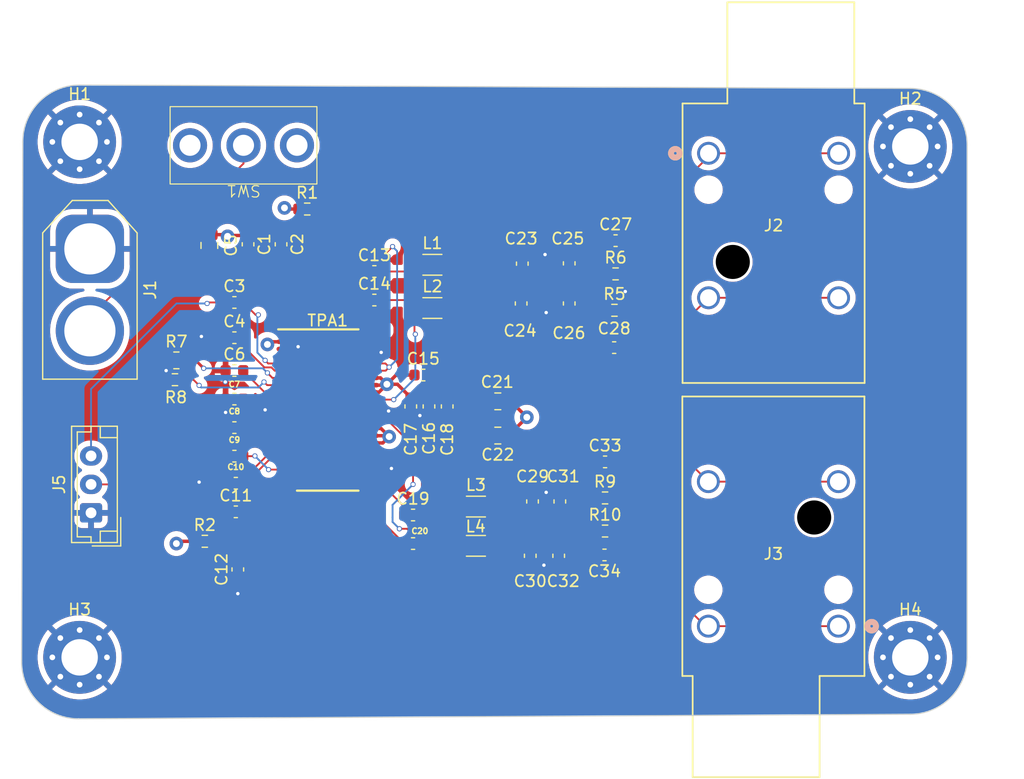
<source format=kicad_pcb>
(kicad_pcb (version 20241229) (generator "pcbnew") (generator_version "9.0")
  (layers (0 "F.Cu" signal) (4 "In1.Cu" signal) (6 "In2.Cu" signal) (2 "B.Cu" signal) (13 "F.Paste" user) (15 "B.Paste" user) (5 "F.SilkS" user "F.Silkscreen") (7 "B.SilkS" user "B.Silkscreen") (1 "F.Mask" user) (3 "B.Mask" user) (25 "Edge.Cuts" user))
  (net 0 "")
  (net 1 "GND")
  (net 2 "+24V")
  (net 3 "Net-(TPA1-1_GVDD_AB)")
  (net 4 "Net-(TPA1-5_Input_A)")
  (net 5 "Net-(TPA1-6_Input_B)")
  (net 6 "Net-(TPA1-11_DVDD)")
  (net 7 "Net-(TPA1-14_AVDD)")
  (net 8 "Net-(TPA1-15_C_START)")
  (net 9 "Net-(TPA1-20_VBG)")
  (net 10 "Net-(TPA1-16_INPUT_C)")
  (net 11 "Net-(TPA1-17_INPUT_D)")
  (net 12 "Net-(TPA1-22_GVDD_CD)")
  (net 13 "Net-(TPA1-39_OUT_A)")
  (net 14 "Net-(TPA1-44_BST_A)")
  (net 15 "Net-(TPA1-35_OUT_B)")
  (net 16 "Net-(TPA1-43_BST_B)")
  (net 17 "Net-(C15-Pad2)")
  (net 18 "Net-(C18-Pad1)")
  (net 19 "Net-(TPA1-24_BST_C)")
  (net 20 "Net-(TPA1-32_OUT_C)")
  (net 21 "Net-(TPA1-23_BST_D)")
  (net 22 "Net-(TPA1-27_OUT_D)")
  (net 23 "Net-(C23-Pad1)")
  (net 24 "Net-(C24-Pad2)")
  (net 25 "Net-(C27-Pad2)")
  (net 26 "Net-(C28-Pad1)")
  (net 27 "Net-(C29-Pad1)")
  (net 28 "Net-(C30-Pad2)")
  (net 29 "Net-(C33-Pad2)")
  (net 30 "Net-(C34-Pad1)")
  (net 31 "Net-(J1-Pin_2)")
  (net 32 "Net-(TPA1-7_OC_ADJ)")
  (net 33 "Net-(TPA1-8_FREQ_ADJ)")
  (net 34 "Net-(J5-Pin_3)")
  (net 36 "Net-(J5-Pin_2)")
  (footprint "Capacitor_SMD:C_0805_2012Metric" (layer "F.Cu") (at 117.25 75.51 180)
    (property "Reference" "C22")
    (property "Value" "470u")
  )
  (footprint "MountingHole:MountingHole_3.2mm_M3_Pad_Via" (layer "F.Cu") (at 153.5 95)
    (property "Reference" "H4")
    (property "Value" "MountingHole_Pad")
  )
  (footprint "Capacitor_SMD:C_0603_1608Metric" (layer "F.Cu") (at 126.675 77.82)
    (property "Reference" "C33")
    (property "Value" "10n")
  )
  (footprint "MountingHole:MountingHole_3.2mm_M3_Pad_Via" (layer "F.Cu") (at 80.5 49.7)
    (property "Reference" "H1")
    (property "Value" "MountingHole_Pad")
  )
  (footprint "MountingHole:MountingHole_3.2mm_M3_Pad_Via" (layer "F.Cu") (at 153.5 50.1)
    (property "Reference" "H2")
    (property "Value" "MountingHole_Pad")
  )
  (footprint "Connector_JST:JST_EH_B3B-EH-A_1x03_P2.50mm_Vertical" (layer "F.Cu") (at 81.5 82.3 90)
    (property "Reference" "J5")
    (property "Value" "Conn_01x03")
  )
  (footprint "Resistor_SMD:R_0603_1608Metric" (layer "F.Cu") (at 127.6 61.3)
    (property "Reference" "R6")
    (property "Value" "3.3")
  )
  (footprint "Capacitor_SMD:C_0603_1608Metric" (layer "F.Cu") (at 120.3 81.3 90)
    (property "Reference" "C29")
    (property "Value" "1n")
  )
  (footprint "Resistor_SMD:R_0805_2012Metric" (layer "F.Cu") (at 89 68.9)
    (property "Reference" "R7")
    (property "Value" "22k")
  )
  (footprint "Capacitor_SMD:C_0603_1608Metric" (layer "F.Cu") (at 94.1 69.79)
    (property "Reference" "C6")
    (property "Value" "1n")
  )
  (footprint "Inductor_SMD:L_1206_3216Metric" (layer "F.Cu") (at 115.325 85.2)
    (property "Reference" "L4")
    (property "Value" "10u")
  )
  (footprint "Capacitor_SMD:C_0603_1608Metric" (layer "F.Cu") (at 122.6 86.075 90)
    (property "Reference" "C32")
    (property "Value" "1n")
  )
  (footprint "Capacitor_SMD:C_0603_1608Metric" (layer "F.Cu") (at 109.6 72.95 -90)
    (property "Reference" "C17")
    (property "Value" "1u")
  )
  (footprint "MountingHole:MountingHole_3.2mm_M3_Pad_Via" (layer "F.Cu") (at 80.5 95)
    (property "Reference" "H3")
    (property "Value" "MountingHole_Pad")
  )
  (footprint "Capacitor_SMD:C_0805_2012Metric" (layer "F.Cu") (at 91.9 58.8 -90)
    (property "Reference" "C5")
    (property "Value" "470u")
  )
  (footprint "Capacitor_SMD:C_0805_2012Metric" (layer "F.Cu") (at 117.25 72.5 180)
    (property "Reference" "C21")
    (property "Value" "470u")
  )
  (footprint "Capacitor_SMD:C_0603_1608Metric" (layer "F.Cu") (at 112.8 72.95 90)
    (property "Reference" "C18")
    (property "Value" "1u")
  )
  (footprint "Capacitor_SMD:C_0603_1608Metric" (layer "F.Cu") (at 127.475 67.78 180)
    (property "Reference" "C28")
    (property "Value" "10n")
  )
  (footprint "Resistor_SMD:R_0603_1608Metric" (layer "F.Cu") (at 126.675 80.99)
    (property "Reference" "R9")
    (property "Value" "3.3")
  )
  (footprint "Capacitor_SMD:C_0603_1608Metric" (layer "F.Cu") (at 106.4 63.6)
    (property "Reference" "C14")
    (property "Value" "33n")
  )
  (footprint "Resistor_SMD:R_0603_1608Metric" (layer "F.Cu") (at 127.5 64.5)
    (property "Reference" "R5")
    (property "Value" "3.3")
  )
  (footprint "Resistor_SMD:R_0603_1608Metric" (layer "F.Cu") (at 100.5 55.6)
    (property "Reference" "R1")
    (property "Value" "3.3")
  )
  (footprint "Resistor_SMD:R_0603_1608Metric" (layer "F.Cu") (at 126.675 83.9)
    (property "Reference" "R10")
    (property "Value" "3.3")
  )
  (footprint "Capacitor_SMD:C_0603_1608Metric" (layer "F.Cu") (at 119.4 60.4 90)
    (property "Reference" "C23")
    (property "Value" "1n")
  )
  (footprint "Capacitor_SMD:C_0603_1608Metric" (layer "F.Cu") (at 126.625 86 180)
    (property "Reference" "C34")
    (property "Value" "10n")
  )
  (footprint "Capacitor_SMD:C_0603_1608Metric" (layer "F.Cu") (at 122.7 81.3 90)
    (property "Reference" "C31")
    (property "Value" "1n")
  )
  (footprint "Capacitor_SMD:C_0603_1608Metric" (layer "F.Cu") (at 119.3 63.9 90)
    (property "Reference" "C24")
    (property "Value" "1n")
  )
  (footprint "Capacitor_SMD:C_0603_1608Metric" (layer "F.Cu") (at 94.1 63.81)
    (property "Reference" "C3")
    (property "Value" "10u")
  )
  (footprint "Capacitor_SMD:C_0603_1608Metric" (layer "F.Cu") (at 94.1 66.91)
    (property "Reference" "C4")
    (property "Value" "10u")
  )
  (footprint "Inductor_SMD:L_1206_3216Metric" (layer "F.Cu") (at 111.5 60.5)
    (property "Reference" "L1")
    (property "Value" "10u")
  )
  (footprint "Library:DDV0044D_N" (layer "F.Cu") (at 102.3 73.3)
    (property "Reference" "TPA1")
    (property "Value" "~")
  )
  (footprint "Capacitor_SMD:C_0603_1608Metric" (layer "F.Cu") (at 106.4 61.09)
    (property "Reference" "C13")
    (property "Value" "33n")
  )
  (footprint "Capacitor_SMD:C_0603_1608Metric" (layer "F.Cu") (at 110.7 70.19)
    (property "Reference" "C15")
    (property "Value" "1u")
  )
  (footprint "Capacitor_SMD:C_0603_1608Metric" (layer "F.Cu") (at 94.1 72.3)
    (property "Reference" "C7")
    (property "Value" "1n")
  )
  (footprint "Resistor_SMD:R_0603_1608Metric" (layer "F.Cu") (at 91.5 84.8)
    (property "Reference" "R2")
    (property "Value" "3.3")
  )
  (footprint "Capacitor_SMD:C_0603_1608Metric" (layer "F.Cu") (at 95.3 58.7 -90)
    (property "Reference" "C1")
    (property "Value" "100n")
  )
  (footprint "Capacitor_SMD:C_0603_1608Metric" (layer "F.Cu") (at 109.8 85)
    (property "Reference" "C20")
    (property "Value" "33n")
  )
  (footprint "Library:CONN_NRJ4HF-1_NTK" (layer "F.Cu") (at 135.77 50.7)
    (property "Reference" "J2")
    (property "Value" "Jack-DC")
  )
  (footprint "Capacitor_SMD:C_0603_1608Metric" (layer "F.Cu") (at 94.1 77.32)
    (property "Reference" "C9")
    (property "Value" "1n")
  )
  (footprint "Capacitor_SMD:C_0603_1608Metric" (layer "F.Cu") (at 123.525 60.375 90)
    (property "Reference" "C25")
    (property "Value" "1n")
  )
  (footprint "Connector_AMASS:AMASS_XT60-M_1x02_P7.20mm_Vertical" (layer "F.Cu") (at 81.4 59.1 -90)
    (property "Reference" "J1")
    (property "Value" "Conn_01x02")
  )
  (footprint "Capacitor_SMD:C_0603_1608Metric" (layer "F.Cu") (at 109.8 82.49)
    (property "Reference" "C19")
    (property "Value" "33n")
  )
  (footprint "Inductor_SMD:L_1206_3216Metric" (layer "F.Cu") (at 111.5 64.3)
    (property "Reference" "L2")
    (property "Value" "10u")
  )
  (footprint "Library:CONN_NRJ4HF-1_NTK" (layer "F.Cu") (at 147.1816 92.258896 180)
    (property "Reference" "J3")
    (property "Value" "Jack-DC")
  )
  (footprint "Capacitor_SMD:C_0603_1608Metric" (layer "F.Cu") (at 94.1 74.81)
    (property "Reference" "C8")
    (property "Value" "47n")
  )
  (footprint "Capacitor_SMD:C_0603_1608Metric" (layer "F.Cu") (at 127.6 58.38)
    (property "Reference" "C27")
    (property "Value" "10n")
  )
  (footprint "Capacitor_SMD:C_0603_1608Metric" (layer "F.Cu") (at 98.2 58.7 -90)
    (property "Reference" "C2")
    (property "Value" "100n")
  )
  (footprint "Library:472123010111" (layer "F.Cu") (at 94.9 50 180)
    (property "Reference" "SW1")
    (property "Value" "SW_SPDT")
  )
  (footprint "Capacitor_SMD:C_0603_1608Metric" (layer "F.Cu") (at 123.525 63.9 90)
    (property "Reference" "C26")
    (property "Value" "1n")
  )
  (footprint "Capacitor_SMD:C_0603_1608Metric" (layer "F.Cu") (at 94.225 79.7)
    (property "Reference" "C10")
    (property "Value" "10u")
  )
  (footprint "Resistor_SMD:R_0603_1608Metric" (layer "F.Cu") (at 88.875 70.6)
    (property "Reference" "R8")
    (property "Value" "33k")
  )
  (footprint "Capacitor_SMD:C_0603_1608Metric" (layer "F.Cu") (at 120.1 86.075 90)
    (property "Reference" "C30")
    (property "Value" "1n")
  )
  (footprint "Capacitor_SMD:C_0603_1608Metric" (layer "F.Cu") (at 94.225 82.21)
    (property "Reference" "C11")
    (property "Value" "10u")
  )
  (footprint "Capacitor_SMD:C_0603_1608Metric" (layer "F.Cu") (at 111.2 72.95 90)
    (property "Reference" "C16")
    (property "Value" "1u")
  )
  (footprint "Inductor_SMD:L_1206_3216Metric" (layer "F.Cu") (at 115.325 81.75)
    (property "Reference" "L3")
    (property "Value" "10u")
  )
  (footprint "Capacitor_SMD:C_0603_1608Metric" (layer "F.Cu") (at 94.4 87.275 90)
    (property "Reference" "C12")
    (property "Value" "100n")
  )
  (gr_arc (start 80.4 100.4) (mid 76.864466 98.935534) (end 75.4 95.4) (stroke (width 0.1)) (layer "Edge.Cuts"))
  (gr_arc (start 158.5 95) (mid 157.035534 98.535534) (end 153.5 100) (stroke (width 0.1)) (layer "Edge.Cuts"))
  (gr_arc (start 75.5 49.7) (mid 76.964466 46.164466) (end 80.5 44.7) (stroke (width 0.1)) (layer "Edge.Cuts"))
  (gr_line (start 75.5 49.7) (end 75.4 95.4) (stroke (width 0.1)) (layer "Edge.Cuts"))
  (gr_line (start 80.4 100.4) (end 153.5 100) (stroke (width 0.1)) (layer "Edge.Cuts"))
  (gr_line (start 158.5 95) (end 158.5 50) (stroke (width 0.1)) (layer "Edge.Cuts"))
  (gr_arc (start 153.5 45) (mid 157.035534 46.464466) (end 158.5 50) (stroke (width 0.1)) (layer "Edge.Cuts"))
  (gr_line (start 153.5 45) (end 80.5 44.7) (stroke (width 0.1)) (layer "Edge.Cuts"))
  (segment (start 91.31 66.91) (end 91.2 66.8) (width 0.16) (layer "F.Cu") (net 1))
  (segment (start 109.6 73.725) (end 110.375 73.725) (width 0.16) (layer "F.Cu") (net 1))
  (segment (start 98.8625 68.5375) (end 99.7 67.7) (width 0.16) (layer "F.Cu") (net 1))
  (segment (start 93.28 77.32) (end 91 79.6) (width 0.16) (layer "F.Cu") (net 1))
  (segment (start 98.5 74.2525) (end 97.3525 74.2525) (width 0.16) (layer "F.Cu") (net 1))
  (segment (start 110.375 73.725) (end 110.4 73.75) (width 0.16) (layer "F.Cu") (net 1))
  (segment (start 119.3 64.675) (end 121.475 64.675) (width 0.16) (layer "F.Cu") (net 1))
  (segment (start 125.85 83.9) (end 125.85 82.64) (width 0.16) (layer "F.Cu") (net 1))
  (segment (start 94.4 88.05) (end 94.4 89.4) (width 0.16) (layer "F.Cu") (net 1))
  (segment (start 88.05 68.9375) (end 88.0875 68.9) (width 0.16) (layer "F.Cu") (net 1))
  (segment (start 121.375 59.625) (end 121.4 59.6) (width 0.16) (layer "F.Cu") (net 1))
  (segment (start 106.7025 67.9025) (end 107 68.2) (width 0.16) (layer "F.Cu") (net 1))
  (segment (start 106.1 67.9025) (end 106.7025 67.9025) (width 0.16) (layer "F.Cu") (net 1))
  (segment (start 111.2 73.725) (end 110.425 73.725) (width 0.16) (layer "F.Cu") (net 1))
  (segment (start 93.3 69.8) (end 93.3 70.8) (width 0.16) (layer "F.Cu") (net 1))
  (segment (start 93.31 69.79) (end 93.3 69.8) (width 0.16) (layer "F.Cu") (net 1))
  (segment (start 106.6625 68.5375) (end 107 68.2) (width 0.16) (layer "F.Cu") (net 1))
  (segment (start 128.425 61.3) (end 128.425 62.825) (width 0.16) (layer "F.Cu") (net 1))
  (segment (start 128.325 62.85) (end 128.45 62.85) (width 0.16) (layer "F.Cu") (net 1))
  (segment (start 121.25 86.85) (end 121.3 86.9) (width 0.16) (layer "F.Cu") (net 1))
  (segment (start 121.475 64.675) (end 121.5 64.7) (width 0.16) (layer "F.Cu") (net 1))
  (segment (start 107.5625 78.0625) (end 107.9 78.4) (width 0.16) (layer "F.Cu") (net 1))
  (segment (start 93.3 70.8) (end 93.3 72.275) (width 0.16) (layer "F.Cu") (net 1))
  (segment (start 93.325 73.475) (end 93.325 74.81) (width 0.16) (layer "F.Cu") (net 1))
  (segment (start 110.425 73.725) (end 110.4 73.75) (width 0.16) (layer "F.Cu") (net 1))
  (segment (start 96.8 73.7) (end 96.8 73.25) (width 0.16) (layer "F.Cu") (net 1))
  (segment (start 91.1 79.7) (end 91 79.6) (width 0.16) (layer "F.Cu") (net 1))
  (segment (start 126.675 64.5) (end 128.325 62.85) (width 0.16) (layer "F.Cu") (net 1))
  (segment (start 99.4975 67.9025) (end 99.7 67.7) (width 0.16) (layer "F.Cu") (net 1))
  (segment (start 97.1675 73.6175) (end 96.8 73.25) (width 0.16) (layer "F.Cu") (net 1))
  (segment (start 98.5 68.5375) (end 98.8625 68.5375) (width 0.16) (layer "F.Cu") (net 1))
  (segment (start 88.0875 69.7875) (end 88.1 69.8) (width 0.16) (layer "F.Cu") (net 1))
  (segment (start 108.025 73.725) (end 109.6 73.725) (width 0.16) (layer "F.Cu") (net 1))
  (segment (start 123.525 59.6) (end 121.4 59.6) (width 0.16) (layer "F.Cu") (net 1))
  (segment (start 106.1 73.6175) (end 107.3825 73.6175) (width 0.16) (layer "F.Cu") (net 1))
  (segment (start 122.6 86.85) (end 121.35 86.85) (width 0.16) (layer "F.Cu") (net 1))
  (segment (start 121.475 80.525) (end 121.5 80.5) (width 0.16) (layer "F.Cu") (net 1))
  (segment (start 128.425 62.825) (end 128.45 62.85) (width 0.16) (layer "F.Cu") (net 1))
  (segment (start 93.3 72.275) (end 93.325 72.3) (width 0.16) (layer "F.Cu") (net 1))
  (segment (start 106.1 78.0625) (end 107.5625 78.0625) (width 0.16) (layer "F.Cu") (net 1))
  (segment (start 93.325 69.79) (end 93.31 69.79) (width 0.16) (layer "F.Cu") (net 1))
  (segment (start 88.05 69.85) (end 88.1 69.8) (width 0.16) (layer "F.Cu") (net 1))
  (segment (start 106.1 78.6975) (end 107.6025 78.6975) (width 0.16) (layer "F.Cu") (net 1))
  (segment (start 120.3 80.525) (end 121.475 80.525) (width 0.16) (layer "F.Cu") (net 1))
  (segment (start 93.325 72.3) (end 93.325 73.475) (width 0.16) (layer "F.Cu") (net 1))
  (segment (start 106.1 72.9825) (end 107.2825 72.9825) (width 0.16) (layer "F.Cu") (net 1))
  (segment (start 119.4 59.625) (end 121.375 59.625) (width 0.16) (layer "F.Cu") (net 1))
  (segment (start 93.45 79.7) (end 91.1 79.7) (width 0.16) (layer "F.Cu") (net 1))
  (segment (start 125.85 82.64) (end 127.5 80.99) (width 0.16) (layer "F.Cu") (net 1))
  (segment (start 123.525 64.675) (end 121.525 64.675) (width 0.16) (layer "F.Cu") (net 1))
  (segment (start 121.525 64.675) (end 121.5 64.7) (width 0.16) (layer "F.Cu") (net 1))
  (segment (start 107.6025 78.6975) (end 107.9 78.4) (width 0.16) (layer "F.Cu") (net 1))
  (segment (start 98.5 67.9025) (end 99.4975 67.9025) (width 0.16) (layer "F.Cu") (net 1))
  (segment (start 107.2825 72.9825) (end 107.65 73.35) (width 0.16) (layer "F.Cu") (net 1))
  (segment (start 93.325 77.32) (end 93.28 77.32) (width 0.16) (layer "F.Cu") (net 1))
  (segment (start 121.35 86.85) (end 121.3 86.9) (width 0.16) (layer "F.Cu") (net 1))
  (segment (start 122.7 80.525) (end 121.525 80.525) (width 0.16) (layer "F.Cu") (net 1))
  (segment (start 107.3825 73.6175) (end 107.65 73.35) (width 0.16) (layer "F.Cu") (net 1))
  (segment (start 97.3525 74.2525) (end 96.8 73.7) (width 0.16) (layer "F.Cu") (net 1))
  (segment (start 88.05 70.6) (end 88.05 69.85) (width 0.16) (layer "F.Cu") (net 1))
  (segment (start 93.3 73.5) (end 93.325 73.475) (width 0.16) (layer "F.Cu") (net 1))
  (segment (start 88.0875 68.9) (end 88.0875 69.7875) (width 0.16) (layer "F.Cu") (net 1))
  (segment (start 98.5 73.6175) (end 97.1675 73.6175) (width 0.16) (layer "F.Cu") (net 1))
  (segment (start 120.1 86.85) (end 121.25 86.85) (width 0.16) (layer "F.Cu") (net 1))
  (segment (start 106.1 68.5375) (end 106.6625 68.5375) (width 0.16) (layer "F.Cu") (net 1))
  (segment (start 107.65 73.35) (end 108.025 73.725) (width 0.16) (layer "F.Cu") (net 1))
  (segment (start 121.525 80.525) (end 121.5 80.5) (width 0.16) (layer "F.Cu") (net 1))
  (segment (start 93.325 66.91) (end 91.31 66.91) (width 0.16) (layer "F.Cu") (net 1))
  (via (at 107 68.2) (size 0.45) (drill 0.3) (layers "F.Cu" "B.Cu") (net 1))
  (via (at 121.4 59.6) (size 0.45) (drill 0.3) (layers "F.Cu" "B.Cu") (net 1))
  (via (at 93.325 73.475) (size 0.45) (drill 0.3) (layers "F.Cu" "B.Cu") (net 1))
  (via (at 107.9 78.4) (size 0.45) (drill 0.3) (layers "F.Cu" "B.Cu") (net 1))
  (via (at 94.4 89.4) (size 0.45) (drill 0.3) (layers "F.Cu" "B.Cu") (net 1))
  (via (at 91 79.6) (size 0.45) (drill 0.3) (layers "F.Cu" "B.Cu") (net 1))
  (via (at 121.5 80.5) (size 0.45) (drill 0.3) (layers "F.Cu" "B.Cu") (net 1))
  (via (at 121.5 64.7) (size 0.45) (drill 0.3) (layers "F.Cu" "B.Cu") (net 1))
  (via (at 91.2 66.8) (size 0.45) (drill 0.3) (layers "F.Cu" "B.Cu") (net 1))
  (via (at 128.45 62.85) (size 0.45) (drill 0.3) (layers "F.Cu" "B.Cu") (net 1))
  (via (at 107.65 73.35) (size 0.45) (drill 0.3) (layers "F.Cu" "B.Cu") (net 1))
  (via (at 121.3 86.9) (size 0.45) (drill 0.3) (layers "F.Cu" "B.Cu") (net 1))
  (via (at 110.4 73.75) (size 0.45) (drill 0.3) (layers "F.Cu" "B.Cu") (net 1))
  (via (at 96.8 73.25) (size 0.45) (drill 0.3) (layers "F.Cu" "B.Cu") (net 1))
  (via (at 88.1 69.8) (size 0.45) (drill 0.3) (layers "F.Cu" "B.Cu") (net 1))
  (via (at 99.7 67.7) (size 0.45) (drill 0.3) (layers "F.Cu" "B.Cu") (net 1))
  (via (at 93.3 70.8) (size 0.45) (drill 0.3) (layers "F.Cu" "B.Cu") (net 1))
  (segment (start 91.9 57.85) (end 93.35 57.85) (width 0.3) (layer "F.Cu") (net 2))
  (segment (start 106.1 71.7125) (end 106.7875 71.7125) (width 0.3) (layer "F.Cu") (net 2))
  (segment (start 95.3 57.925) (end 93.575 57.925) (width 0.3) (layer "F.Cu") (net 2))
  (segment (start 106.1 74.8875) (end 106.9875 74.8875) (width 0.3) (layer "F.Cu") (net 2))
  (segment (start 93.575 57.925) (end 93.5 58) (width 0.3) (layer "F.Cu") (net 2))
  (segment (start 98.6 55.6) (end 98.5 55.5) (width 0.3) (layer "F.Cu") (net 2))
  (segment (start 107.6225 75.5225) (end 107.7 75.6) (width 0.3) (layer "F.Cu") (net 2))
  (segment (start 89.2 84.8) (end 89 85) (width 0.3) (layer "F.Cu") (net 2))
  (segment (start 109.925 70.19) (end 108.31 70.19) (width 0.3) (layer "F.Cu") (net 2))
  (segment (start 106.1 76.1575) (end 107.1425 76.1575) (width 0.3) (layer "F.Cu") (net 2))
  (segment (start 106.1 75.5225) (end 107.6225 75.5225) (width 0.3) (layer "F.Cu") (net 2))
  (segment (start 118.4 72.5) (end 119.8 73.9) (width 0.3) (layer "F.Cu") (net 2))
  (segment (start 118.2 72.5) (end 118.4 72.5) (width 0.3) (layer "F.Cu") (net 2))
  (segment (start 108.31 70.19) (end 107.5 71) (width 0.3) (layer "F.Cu") (net 2))
  (segment (start 97.2325 67.2675) (end 97 67.5) (width 0.3) (layer "F.Cu") (net 2))
  (segment (start 111.1 72.175) (end 109.6 72.175) (width 0.3) (layer "F.Cu") (net 2))
  (segment (start 107.1425 76.1575) (end 107.7 75.6) (width 0.3) (layer "F.Cu") (net 2))
  (segment (start 106.9875 74.8875) (end 107.7 75.6) (width 0.3) (layer "F.Cu") (net 2))
  (segment (start 118.2 75.5) (end 119.8 73.9) (width 0.3) (layer "F.Cu") (net 2))
  (segment (start 106.9425 70.4425) (end 107.5 71) (width 0.3) (layer "F.Cu") (net 2))
  (segment (start 93.35 57.85) (end 93.5 58) (width 0.3) (layer "F.Cu") (net 2))
  (segment (start 99.675 55.6) (end 98.6 55.6) (width 0.3) (layer "F.Cu") (net 2))
  (segment (start 118.2 75.51) (end 118.2 75.5) (width 0.3) (layer "F.Cu") (net 2))
  (segment (start 106.7875 71.7125) (end 107.5 71) (width 0.3) (layer "F.Cu") (net 2))
  (segment (start 109.6 72.175) (end 109.6 71.95) (width 0.3) (layer "F.Cu") (net 2))
  (segment (start 108.425 71) (end 109.6 72.175) (width 0.3) (layer "F.Cu") (net 2))
  (segment (start 106.1 71.0775) (end 107.4225 71.0775) (width 0.3) (layer "F.Cu") (net 2))
  (segment (start 90.675 84.8) (end 89.2 84.8) (width 0.3) (layer "F.Cu") (net 2))
  (segment (start 98.5 67.2675) (end 97.2325 67.2675) (width 0.3) (layer "F.Cu") (net 2))
  (segment (start 107.5 71) (end 108.425 71) (width 0.3) (layer "F.Cu") (net 2))
  (segment (start 107.4225 71.0775) (end 107.5 71) (width 0.3) (layer "F.Cu") (net 2))
  (segment (start 112.8 72.175) (end 111.2 72.175) (width 0.3) (layer "F.Cu") (net 2))
  (segment (start 106.1 70.4425) (end 106.9425 70.4425) (width 0.3) (layer "F.Cu") (net 2))
  (via (at 119.8 73.9) (size 1.2) (drill 0.6) (layers "F.Cu" "B.Cu") (net 2))
  (via (at 93.5 58) (size 1.2) (drill 0.6) (layers "F.Cu" "B.Cu") (net 2))
  (via (at 89 85) (size 1.2) (drill 0.6) (layers "F.Cu" "B.Cu") (net 2))
  (via (at 97 67.5) (size 1.2) (drill 0.6) (layers "F.Cu" "B.Cu") (net 2))
  (via (at 107.5 71) (size 1.2) (drill 0.6) (layers "F.Cu" "B.Cu") (net 2))
  (via (at 107.7 75.6) (size 1.2) (drill 0.6) (layers "F.Cu" "B.Cu") (net 2))
  (via (at 98.5 55.5) (size 1.2) (drill 0.6) (layers "F.Cu" "B.Cu") (net 2))
  (segment (start 101.325 63.8075) (end 101.325 55.6) (width 0.16) (layer "F.Cu") (net 3))
  (segment (start 99 57.925) (end 98.2 57.925) (width 0.16) (layer "F.Cu") (net 3))
  (segment (start 98.5 66.6325) (end 101.325 63.8075) (width 0.16) (layer "F.Cu") (net 3))
  (segment (start 101.325 55.6) (end 99 57.925) (width 0.16) (layer "F.Cu") (net 3))
  (segment (start 97.0725 69.1725) (end 96.8 68.9) (width 0.16) (layer "F.Cu") (net 4))
  (segment (start 98.5 69.1725) (end 97.0725 69.1725) (width 0.16) (layer "F.Cu") (net 4))
  (segment (start 95.965 64.9) (end 94.875 63.81) (width 0.16) (layer "F.Cu") (net 4))
  (segment (start 96.2 64.9) (end 95.965 64.9) (width 0.16) (layer "F.Cu") (net 4))
  (via (at 96.2 64.9) (size 0.45) (drill 0.3) (layers "F.Cu" "B.Cu") (net 4))
  (via (at 96.8 68.9) (size 0.45) (drill 0.3) (layers "F.Cu" "B.Cu") (net 4))
  (segment (start 96.119 68.219) (end 96.119 64.981) (width 0.16) (layer "B.Cu") (net 4))
  (segment (start 96.8 68.9) (end 96.119 68.219) (width 0.16) (layer "B.Cu") (net 4))
  (segment (start 96.119 64.981) (end 96.2 64.9) (width 0.16) (layer "B.Cu") (net 4))
  (segment (start 97.64 69.8075) (end 98.5 69.8075) (width 0.16) (layer "F.Cu") (net 5))
  (segment (start 94.875 67.655237) (end 96.738763 69.519) (width 0.16) (layer "F.Cu") (net 5))
  (segment (start 97.3515 69.519) (end 97.64 69.8075) (width 0.16) (layer "F.Cu") (net 5))
  (segment (start 94.875 66.91) (end 94.875 67.655237) (width 0.16) (layer "F.Cu") (net 5))
  (segment (start 96.738763 69.519) (end 97.3515 69.519) (width 0.16) (layer "F.Cu") (net 5))
  (segment (start 98.5 72.9825) (end 98.0325 72.9825) (width 0.16) (layer "F.Cu") (net 6))
  (segment (start 94.875 69.825) (end 94.875 69.79) (width 0.16) (layer "F.Cu") (net 6))
  (segment (start 98.0325 72.9825) (end 94.875 69.825) (width 0.16) (layer "F.Cu") (net 6))
  (segment (start 94.875 72.925) (end 96.8375 74.8875) (width 0.16) (layer "F.Cu") (net 7))
  (segment (start 96.8375 74.8875) (end 98.5 74.8875) (width 0.16) (layer "F.Cu") (net 7))
  (segment (start 94.875 72.3) (end 94.875 72.925) (width 0.16) (layer "F.Cu") (net 7))
  (segment (start 94.875 74.81) (end 95.5875 75.5225) (width 0.16) (layer "F.Cu") (net 8))
  (segment (start 95.5875 75.5225) (end 98.5 75.5225) (width 0.16) (layer "F.Cu") (net 8))
  (segment (start 97.1 78.5) (end 98.3025 78.5) (width 0.16) (layer "F.Cu") (net 9))
  (segment (start 95.88 77.32) (end 95.9 77.3) (width 0.16) (layer "F.Cu") (net 9))
  (segment (start 98.3025 78.5) (end 98.5 78.6975) (width 0.16) (layer "F.Cu") (net 9))
  (segment (start 94.875 77.32) (end 95.88 77.32) (width 0.16) (layer "F.Cu") (net 9))
  (via (at 95.9 77.3) (size 0.45) (drill 0.3) (layers "F.Cu" "B.Cu") (net 9))
  (via (at 97.1 78.5) (size 0.45) (drill 0.3) (layers "F.Cu" "B.Cu") (net 9))
  (segment (start 95.9 77.3) (end 97.1 78.5) (width 0.16) (layer "B.Cu") (net 9))
  (segment (start 95 79.225) (end 98.0675 76.1575) (width 0.16) (layer "F.Cu") (net 10))
  (segment (start 98.0675 76.1575) (end 98.5 76.1575) (width 0.16) (layer "F.Cu") (net 10))
  (segment (start 95 79.7) (end 95 79.225) (width 0.16) (layer "F.Cu") (net 10))
  (segment (start 96.1 81.11) (end 96.1 78.6925) (width 0.16) (layer "F.Cu") (net 11))
  (segment (start 96.1 78.6925) (end 98 76.7925) (width 0.16) (layer "F.Cu") (net 11))
  (segment (start 98 76.7925) (end 98.5 76.7925) (width 0.16) (layer "F.Cu") (net 11))
  (segment (start 95 82.21) (end 96.1 81.11) (width 0.16) (layer "F.Cu") (net 11))
  (segment (start 92.325 84.8) (end 92.7 84.8) (width 0.16) (layer "F.Cu") (net 12))
  (segment (start 98.5 79.9675) (end 98.5 81.5) (width 0.16) (layer "F.Cu") (net 12))
  (segment (start 94.65 85.35) (end 93.25 85.35) (width 0.16) (layer "F.Cu") (net 12))
  (segment (start 98.5 81.5) (end 94.65 85.35) (width 0.16) (layer "F.Cu") (net 12))
  (segment (start 93.25 85.35) (end 94.4 86.5) (width 0.16) (layer "F.Cu") (net 12))
  (segment (start 92.7 84.8) (end 93.25 85.35) (width 0.16) (layer "F.Cu") (net 12))
  (segment (start 107.175 61.09) (end 109.335 61.09) (width 0.16) (layer "F.Cu") (net 13))
  (segment (start 106.1 69.8075) (end 107.3925 69.8075) (width 0.16) (layer "F.Cu") (net 13))
  (segment (start 109.335 61.09) (end 109.925 60.5) (width 0.16) (layer "F.Cu") (net 13))
  (segment (start 106.1 69.1725) (end 107.3725 69.1725) (width 0.16) (layer "F.Cu") (net 13))
  (segment (start 107.3725 69.1725) (end 107.7 69.5) (width 0.16) (layer "F.Cu") (net 13))
  (segment (start 107.3925 69.8075) (end 107.7 69.5) (width 0.16) (layer "F.Cu") (net 13))
  (segment (start 108 58.9) (end 107.175 59.725) (width 0.16) (layer "F.Cu") (net 13))
  (segment (start 107.175 59.725) (end 107.175 61.09) (width 0.16) (layer "F.Cu") (net 13))
  (via (at 107.7 69.5) (size 0.45) (drill 0.3) (layers "F.Cu" "B.Cu") (net 13))
  (via (at 108 58.9) (size 0.45) (drill 0.3) (layers "F.Cu" "B.Cu") (net 13))
  (segment (start 108.4 59.3) (end 108 58.9) (width 0.16) (layer "B.Cu") (net 13))
  (segment (start 107.7 69.5) (end 108.4 68.8) (width 0.16) (layer "B.Cu") (net 13))
  (segment (start 108.4 68.8) (end 108.4 59.3) (width 0.16) (layer "B.Cu") (net 13))
  (segment (start 103.8675 64.4) (end 103.8 64.4) (width 0.16) (layer "F.Cu") (net 14))
  (segment (start 103.8 62.915) (end 105.625 61.09) (width 0.16) (layer "F.Cu") (net 14))
  (segment (start 106.1 66.6325) (end 103.8675 64.4) (width 0.16) (layer "F.Cu") (net 14))
  (segment (start 103.8 64.4) (end 103.8 62.915) (width 0.16) (layer "F.Cu") (net 14))
  (segment (start 109.225 63.6) (end 109.925 64.3) (width 0.16) (layer "F.Cu") (net 15))
  (segment (start 107.175 63.6) (end 109.225 63.6) (width 0.16) (layer "F.Cu") (net 15))
  (segment (start 109.925 66.525) (end 109.925 64.3) (width 0.16) (layer "F.Cu") (net 15))
  (segment (start 106.1 72.3475) (end 108.0975 72.3475) (width 0.16) (layer "F.Cu") (net 15))
  (segment (start 110 66.6) (end 109.925 66.525) (width 0.16) (layer "F.Cu") (net 15))
  (segment (start 108.0975 72.3475) (end 108.1 72.35) (width 0.16) (layer "F.Cu") (net 15))
  (via (at 110 66.6) (size 0.45) (drill 0.3) (layers "F.Cu" "B.Cu") (net 15))
  (via (at 108.1 72.35) (size 0.45) (drill 0.3) (layers "F.Cu" "B.Cu") (net 15))
  (segment (start 110 70.5) (end 110 66.6) (width 0.16) (layer "B.Cu") (net 15))
  (segment (start 109.95 70.5) (end 110 70.5) (width 0.16) (layer "B.Cu") (net 15))
  (segment (start 108.1 72.35) (end 109.95 70.5) (width 0.16) (layer "B.Cu") (net 15))
  (segment (start 107.5 66.3675) (end 107.5 66.1) (width 0.16) (layer "F.Cu") (net 16))
  (segment (start 106.6 67.2675) (end 107.5 66.3675) (width 0.16) (layer "F.Cu") (net 16))
  (segment (start 107.5 66.1) (end 105.625 64.225) (width 0.16) (layer "F.Cu") (net 16))
  (segment (start 105.625 64.225) (end 105.625 63.6) (width 0.16) (layer "F.Cu") (net 16))
  (segment (start 106.1 67.2675) (end 106.6 67.2675) (width 0.16) (layer "F.Cu") (net 16))
  (segment (start 116.3 72.5) (end 113.99 70.19) (width 0.16) (layer "F.Cu") (net 17))
  (segment (start 113.99 70.19) (end 111.475 70.19) (width 0.16) (layer "F.Cu") (net 17))
  (segment (start 114.515 73.725) (end 116.3 75.51) (width 0.16) (layer "F.Cu") (net 18))
  (segment (start 112.8 73.725) (end 114.515 73.725) (width 0.16) (layer "F.Cu") (net 18))
  (segment (start 109.025 81.7575) (end 109.025 82.49) (width 0.16) (layer "F.Cu") (net 19))
  (segment (start 106.1 79.3325) (end 106.6 79.3325) (width 0.16) (layer "F.Cu") (net 19))
  (segment (start 106.6 79.3325) (end 109.025 81.7575) (width 0.16) (layer "F.Cu") (net 19))
  (segment (start 113.01 82.49) (end 110.575 82.49) (width 0.16) (layer "F.Cu") (net 20))
  (segment (start 110.575 77.175) (end 110.575 82.49) (width 0.16) (layer "F.Cu") (net 20))
  (segment (start 107.6525 74.2525) (end 110.575 77.175) (width 0.16) (layer "F.Cu") (net 20))
  (segment (start 113.75 81.75) (end 113.01 82.49) (width 0.16) (layer "F.Cu") (net 20))
  (segment (start 106.1 74.2525) (end 107.6525 74.2525) (width 0.16) (layer "F.Cu") (net 20))
  (segment (start 106.1 82.075) (end 109.025 85) (width 0.16) (layer "F.Cu") (net 21))
  (segment (start 106.1 79.9675) (end 106.1 82.075) (width 0.16) (layer "F.Cu") (net 21))
  (segment (start 109.8 78.2) (end 108.3925 76.7925) (width 0.16) (layer "F.Cu") (net 22))
  (segment (start 110.575 85) (end 113.55 85) (width 0.16) (layer "F.Cu") (net 22))
  (segment (start 107.6 76.7925) (end 106.1 76.7925) (width 0.16) (layer "F.Cu") (net 22))
  (segment (start 109.275 83.7) (end 108.6 83.7) (width 0.16) (layer "F.Cu") (net 22))
  (segment (start 110.575 85) (end 109.275 83.7) (width 0.16) (layer "F.Cu") (net 22))
  (segment (start 109.8 79.8) (end 109.8 78.2) (width 0.16) (layer "F.Cu") (net 22))
  (segment (start 106.1 77.4275) (end 106.965 77.4275) (width 0.16) (layer "F.Cu") (net 22))
  (segment (start 113.55 85) (end 113.75 85.2) (width 0.16) (layer "F.Cu") (net 22))
  (segment (start 108.3925 76.7925) (end 107.6 76.7925) (width 0.16) (layer "F.Cu") (net 22))
  (segment (start 106.965 77.4275) (end 107.6 76.7925) (width 0.16) (layer "F.Cu") (net 22))
  (via (at 109.8 79.8) (size 0.45) (drill 0.3) (layers "F.Cu" "B.Cu") (net 22))
  (via (at 108.6 83.7) (size 0.45) (drill 0.3) (layers "F.Cu" "B.Cu") (net 22))
  (segment (start 108 83.1) (end 108 82.7) (width 0.16) (layer "B.Cu") (net 22))
  (segment (start 108 81.6) (end 109.8 79.8) (width 0.16) (layer "B.Cu") (net 22))
  (segment (start 108 82.7) (end 108 81.6) (width 0.16) (layer "B.Cu") (net 22))
  (segment (start 108.6 83.7) (end 108 83.1) (width 0.16) (layer "B.Cu") (net 22))
  (segment (start 113.075 60.5) (end 113.75 61.175) (width 0.16) (layer "F.Cu") (net 23))
  (segment (start 123.525 61.15) (end 124.055 61.15) (width 0.16) (layer "F.Cu") (net 23))
  (segment (start 119.4 61.175) (end 123.5 61.175) (width 0.16) (layer "F.Cu") (net 23))
  (segment (start 123.5 61.175) (end 123.525 61.15) (width 0.16) (layer "F.Cu") (net 23))
  (segment (start 124.055 61.15) (end 126.825 58.38) (width 0.16) (layer "F.Cu") (net 23))
  (segment (start 113.75 61.175) (end 119.4 61.175) (width 0.16) (layer "F.Cu") (net 23))
  (segment (start 126.7 66.3) (end 126.7 67.78) (width 0.16) (layer "F.Cu") (net 24))
  (segment (start 113.075 64.3) (end 114.25 63.125) (width 0.16) (layer "F.Cu") (net 24))
  (segment (start 123.525 63.125) (end 126.7 66.3) (width 0.16) (layer "F.Cu") (net 24))
  (segment (start 119.3 63.125) (end 123.525 63.125) (width 0.16) (layer "F.Cu") (net 24))
  (segment (start 114.25 63.125) (end 119.3 63.125) (width 0.16) (layer "F.Cu") (net 24))
  (segment (start 135.77 50.985) (end 135.77 50.961) (width 0.16) (layer "F.Cu") (net 25))
  (segment (start 135.77 50.7) (end 147.2 50.7) (width 0.16) (layer "F.Cu") (net 25))
  (segment (start 128.375 58.38) (end 135.77 50.985) (width 0.16) (layer "F.Cu") (net 25))
  (segment (start 126.775 61.3) (end 126.775 59.98) (width 0.16) (layer "F.Cu") (net 25))
  (segment (start 126.775 59.98) (end 128.375 58.38) (width 0.16) (layer "F.Cu") (net 25))
  (segment (start 128.325 64.5) (end 134.67 64.5) (width 0.16) (layer "F.Cu") (net 26))
  (segment (start 128.325 64.5) (end 128.325 67.705) (width 0.16) (layer "F.Cu") (net 26))
  (segment (start 135.77 63.4) (end 147.2 63.4) (width 0.16) (layer "F.Cu") (net 26))
  (segment (start 128.325 67.705) (end 128.25 67.78) (width 0.16) (layer "F.Cu") (net 26))
  (segment (start 134.67 64.5) (end 135.585445 63.584555) (width 0.16) (layer "F.Cu") (net 26))
  (segment (start 122.7 82.075) (end 120.3 82.075) (width 0.16) (layer "F.Cu") (net 27))
  (segment (start 125.9 78.875) (end 122.7 82.075) (width 0.16) (layer "F.Cu") (net 27))
  (segment (start 117.225 82.075) (end 116.9 81.75) (width 0.16) (layer "F.Cu") (net 27))
  (segment (start 125.9 77.82) (end 125.9 78.875) (width 0.16) (layer "F.Cu") (net 27))
  (segment (start 120.3 82.075) (end 117.225 82.075) (width 0.16) (layer "F.Cu") (net 27))
  (segment (start 117.6 85.3) (end 120.1 85.3) (width 0.16) (layer "F.Cu") (net 28))
  (segment (start 125.15 85.3) (end 125.85 86) (width 0.16) (layer "F.Cu") (net 28))
  (segment (start 122.6 85.3) (end 125.15 85.3) (width 0.16) (layer "F.Cu") (net 28))
  (segment (start 117.5 85.2) (end 117.6 85.3) (width 0.16) (layer "F.Cu") (net 28))
  (segment (start 116.9 85.2) (end 117.5 85.2) (width 0.16) (layer "F.Cu") (net 28))
  (segment (start 120.1 85.3) (end 122.6 85.3) (width 0.16) (layer "F.Cu") (net 28))
  (segment (start 117 85.3) (end 116.9 85.2) (width 0.16) (layer "F.Cu") (net 28))
  (segment (start 134.012704 77.82) (end 135.567045 79.374341) (width 0.16) (layer "F.Cu") (net 29))
  (segment (start 125.85 79.42) (end 127.45 77.82) (width 0.16) (layer "F.Cu") (net 29))
  (segment (start 125.85 80.99) (end 125.85 79.42) (width 0.16) (layer "F.Cu") (net 29))
  (segment (start 127.45 77.82) (end 134.012704 77.82) (width 0.16) (layer "F.Cu") (net 29))
  (segment (start 135.7516 79.558896) (end 147.1816 79.558896) (width 0.16) (layer "F.Cu") (net 29))
  (segment (start 127.4 86) (end 129.231704 86) (width 0.16) (layer "F.Cu") (net 30))
  (segment (start 127.4 86) (end 127.4 84) (width 0.16) (layer "F.Cu") (net 30))
  (segment (start 129.231704 86) (end 135.4906 92.258896) (width 0.16) (layer "F.Cu") (net 30))
  (segment (start 135.7516 92.258896) (end 147.1816 92.258896) (width 0.16) (layer "F.Cu") (net 30))
  (segment (start 127.4 84) (end 127.5 83.9) (width 0.16) (layer "F.Cu") (net 30))
  (segment (start 94.9 51.6) (end 94.9 50) (width 0.16) (layer "F.Cu") (net 31))
  (segment (start 81.4 65.1) (end 94.9 51.6) (width 0.16) (layer "F.Cu") (net 31))
  (segment (start 81.4 66.3) (end 81.4 65.1) (width 0.16) (layer "F.Cu") (net 31))
  (segment (start 90.7 68.9) (end 91.4 69.6) (width 0.25) (layer "F.Cu") (net 32))
  (segment (start 98.5 70.4425) (end 97.4425 70.4425) (width 0.16) (layer "F.Cu") (net 32))
  (segment (start 89.9125 68.9) (end 90.3625 69.35) (width 0.25) (layer "F.Cu") (net 32))
  (segment (start 89.9125 68.9) (end 90.7 68.9) (width 0.25) (layer "F.Cu") (net 32))
  (segment (start 97.4425 70.4425) (end 97 70) (width 0.16) (layer "F.Cu") (net 32))
  (via (at 97 70) (size 0.45) (drill 0.3) (layers "F.Cu" "B.Cu") (net 32))
  (via (at 91.4 69.6) (size 0.45) (drill 0.3) (layers "F.Cu" "B.Cu") (net 32))
  (segment (start 97 70) (end 96.6 69.6) (width 0.16) (layer "B.Cu") (net 32))
  (segment (start 96.6 69.6) (end 91.4 69.6) (width 0.16) (layer "B.Cu") (net 32))
  (segment (start 89.7 70.6) (end 90.5 70.6) (width 0.16) (layer "F.Cu") (net 33))
  (segment (start 90.5 70.6) (end 91 71.1) (width 0.16) (layer "F.Cu") (net 33))
  (segment (start 98.5 71.0775) (end 96.9775 71.0775) (width 0.16) (layer "F.Cu") (net 33))
  (segment (start 96.9775 71.0775) (end 96.7 70.8) (width 0.16) (layer "F.Cu") (net 33))
  (via (at 96.7 70.8) (size 0.45) (drill 0.3) (layers "F.Cu" "B.Cu") (net 33))
  (via (at 91 71.1) (size 0.45) (drill 0.3) (layers "F.Cu" "B.Cu") (net 33))
  (segment (start 96.7 70.8) (end 96.219 71.281) (width 0.16) (layer "B.Cu") (net 33))
  (segment (start 91.181 71.281) (end 91 71.1) (width 0.16) (layer "B.Cu") (net 33))
  (segment (start 96.219 71.281) (end 91.181 71.281) (width 0.16) (layer "B.Cu") (net 33))
  (segment (start 91.79 63.81) (end 91.7 63.9) (width 0.16) (layer "F.Cu") (net 34))
  (segment (start 93.325 63.81) (end 91.79 63.81) (width 0.16) (layer "F.Cu") (net 34))
  (via (at 91.7 63.9) (size 0.45) (drill 0.3) (layers "F.Cu" "B.Cu") (net 34))
  (segment (start 81.5 77.3) (end 81.5 71.415436) (width 0.16) (layer "B.Cu") (net 34))
  (segment (start 91.7 63.9) (end 89.015436 63.9) (width 0.16) (layer "B.Cu") (net 34))
  (segment (start 89.015436 63.9) (end 82.557718 70.357718) (width 0.16) (layer "B.Cu") (net 34))
  (segment (start 81.5 71.415436) (end 82.557718 70.357718) (width 0.16) (layer "B.Cu") (net 34))
  (segment (start 92 82.2) (end 86.6 82.2) (width 0.16) (layer "F.Cu") (net 36))
  (segment (start 93.45 82.21) (end 92.01 82.21) (width 0.16) (layer "F.Cu") (net 36))
  (segment (start 86.6 82.2) (end 84.2 79.8) (width 0.16) (layer "F.Cu") (net 36))
  (segment (start 92.01 82.21) (end 92 82.2) (width 0.16) (layer "F.Cu") (net 36))
  (segment (start 84.2 79.8) (end 81.5 79.8) (width 0.16) (layer "F.Cu") (net 36))
  (zone (net 1) (net_name "GND") (layers "F.Cu" "B.Cu" "In1.Cu") (connect_pads (clearance 0.5)) (min_thickness 0.25) (fill yes (thermal_gap 0.5) (thermal_bridge_width 0.5))
    (polygon (pts (xy 74 44) (xy 73.5 104) (xy 163.5 104.5) (xy 161.5 43)))
  )
)
</source>
